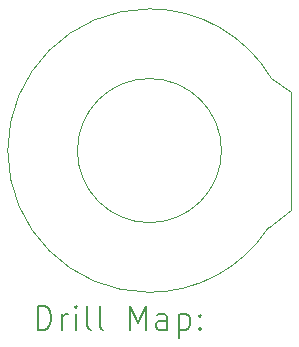
<source format=gbr>
%TF.GenerationSoftware,KiCad,Pcbnew,7.0.9-7.0.9~ubuntu23.04.1*%
%TF.CreationDate,2024-01-10T19:27:55+00:00*%
%TF.ProjectId,pedalboard-led-ring,70656461-6c62-46f6-9172-642d6c65642d,1.1.0-RC1*%
%TF.SameCoordinates,Original*%
%TF.FileFunction,Drillmap*%
%TF.FilePolarity,Positive*%
%FSLAX45Y45*%
G04 Gerber Fmt 4.5, Leading zero omitted, Abs format (unit mm)*
G04 Created by KiCad (PCBNEW 7.0.9-7.0.9~ubuntu23.04.1) date 2024-01-10 19:27:55*
%MOMM*%
%LPD*%
G01*
G04 APERTURE LIST*
%ADD10C,0.100000*%
%ADD11C,0.200000*%
G04 APERTURE END LIST*
D10*
X8000000Y-7200000D02*
G75*
G03*
X9006267Y-6653778I0J1200000D01*
G01*
X8610000Y-6000000D02*
G75*
G03*
X8610000Y-6000000I-610000J0D01*
G01*
X9200000Y-5500000D02*
X9200000Y-6500000D01*
X8000000Y-4800000D02*
G75*
G03*
X8000000Y-7200000I0J-1200000D01*
G01*
X9006267Y-6653778D02*
X9200000Y-6500000D01*
X9032747Y-5388907D02*
G75*
G03*
X8000000Y-4800000I-1032747J-611093D01*
G01*
X9032747Y-5388907D02*
X9200000Y-5500000D01*
D11*
X7055777Y-7516484D02*
X7055777Y-7316484D01*
X7055777Y-7316484D02*
X7103396Y-7316484D01*
X7103396Y-7316484D02*
X7131967Y-7326008D01*
X7131967Y-7326008D02*
X7151015Y-7345055D01*
X7151015Y-7345055D02*
X7160539Y-7364103D01*
X7160539Y-7364103D02*
X7170062Y-7402198D01*
X7170062Y-7402198D02*
X7170062Y-7430769D01*
X7170062Y-7430769D02*
X7160539Y-7468865D01*
X7160539Y-7468865D02*
X7151015Y-7487912D01*
X7151015Y-7487912D02*
X7131967Y-7506960D01*
X7131967Y-7506960D02*
X7103396Y-7516484D01*
X7103396Y-7516484D02*
X7055777Y-7516484D01*
X7255777Y-7516484D02*
X7255777Y-7383150D01*
X7255777Y-7421246D02*
X7265301Y-7402198D01*
X7265301Y-7402198D02*
X7274824Y-7392674D01*
X7274824Y-7392674D02*
X7293872Y-7383150D01*
X7293872Y-7383150D02*
X7312920Y-7383150D01*
X7379586Y-7516484D02*
X7379586Y-7383150D01*
X7379586Y-7316484D02*
X7370062Y-7326008D01*
X7370062Y-7326008D02*
X7379586Y-7335531D01*
X7379586Y-7335531D02*
X7389110Y-7326008D01*
X7389110Y-7326008D02*
X7379586Y-7316484D01*
X7379586Y-7316484D02*
X7379586Y-7335531D01*
X7503396Y-7516484D02*
X7484348Y-7506960D01*
X7484348Y-7506960D02*
X7474824Y-7487912D01*
X7474824Y-7487912D02*
X7474824Y-7316484D01*
X7608158Y-7516484D02*
X7589110Y-7506960D01*
X7589110Y-7506960D02*
X7579586Y-7487912D01*
X7579586Y-7487912D02*
X7579586Y-7316484D01*
X7836729Y-7516484D02*
X7836729Y-7316484D01*
X7836729Y-7316484D02*
X7903396Y-7459341D01*
X7903396Y-7459341D02*
X7970062Y-7316484D01*
X7970062Y-7316484D02*
X7970062Y-7516484D01*
X8151015Y-7516484D02*
X8151015Y-7411722D01*
X8151015Y-7411722D02*
X8141491Y-7392674D01*
X8141491Y-7392674D02*
X8122443Y-7383150D01*
X8122443Y-7383150D02*
X8084348Y-7383150D01*
X8084348Y-7383150D02*
X8065301Y-7392674D01*
X8151015Y-7506960D02*
X8131967Y-7516484D01*
X8131967Y-7516484D02*
X8084348Y-7516484D01*
X8084348Y-7516484D02*
X8065301Y-7506960D01*
X8065301Y-7506960D02*
X8055777Y-7487912D01*
X8055777Y-7487912D02*
X8055777Y-7468865D01*
X8055777Y-7468865D02*
X8065301Y-7449817D01*
X8065301Y-7449817D02*
X8084348Y-7440293D01*
X8084348Y-7440293D02*
X8131967Y-7440293D01*
X8131967Y-7440293D02*
X8151015Y-7430769D01*
X8246253Y-7383150D02*
X8246253Y-7583150D01*
X8246253Y-7392674D02*
X8265301Y-7383150D01*
X8265301Y-7383150D02*
X8303396Y-7383150D01*
X8303396Y-7383150D02*
X8322443Y-7392674D01*
X8322443Y-7392674D02*
X8331967Y-7402198D01*
X8331967Y-7402198D02*
X8341491Y-7421246D01*
X8341491Y-7421246D02*
X8341491Y-7478388D01*
X8341491Y-7478388D02*
X8331967Y-7497436D01*
X8331967Y-7497436D02*
X8322443Y-7506960D01*
X8322443Y-7506960D02*
X8303396Y-7516484D01*
X8303396Y-7516484D02*
X8265301Y-7516484D01*
X8265301Y-7516484D02*
X8246253Y-7506960D01*
X8427205Y-7497436D02*
X8436729Y-7506960D01*
X8436729Y-7506960D02*
X8427205Y-7516484D01*
X8427205Y-7516484D02*
X8417682Y-7506960D01*
X8417682Y-7506960D02*
X8427205Y-7497436D01*
X8427205Y-7497436D02*
X8427205Y-7516484D01*
X8427205Y-7392674D02*
X8436729Y-7402198D01*
X8436729Y-7402198D02*
X8427205Y-7411722D01*
X8427205Y-7411722D02*
X8417682Y-7402198D01*
X8417682Y-7402198D02*
X8427205Y-7392674D01*
X8427205Y-7392674D02*
X8427205Y-7411722D01*
M02*

</source>
